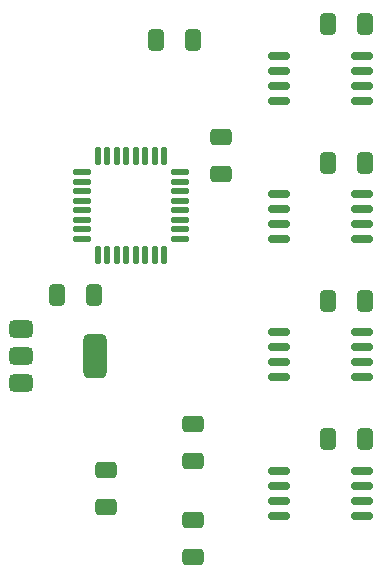
<source format=gbr>
%TF.GenerationSoftware,KiCad,Pcbnew,7.0.11+1*%
%TF.CreationDate,2024-03-31T13:17:59+02:00*%
%TF.ProjectId,ch32v203_thermokoppel,63683332-7632-4303-935f-746865726d6f,rev?*%
%TF.SameCoordinates,Original*%
%TF.FileFunction,Paste,Top*%
%TF.FilePolarity,Positive*%
%FSLAX46Y46*%
G04 Gerber Fmt 4.6, Leading zero omitted, Abs format (unit mm)*
G04 Created by KiCad (PCBNEW 7.0.11+1) date 2024-03-31 13:17:59*
%MOMM*%
%LPD*%
G01*
G04 APERTURE LIST*
G04 Aperture macros list*
%AMRoundRect*
0 Rectangle with rounded corners*
0 $1 Rounding radius*
0 $2 $3 $4 $5 $6 $7 $8 $9 X,Y pos of 4 corners*
0 Add a 4 corners polygon primitive as box body*
4,1,4,$2,$3,$4,$5,$6,$7,$8,$9,$2,$3,0*
0 Add four circle primitives for the rounded corners*
1,1,$1+$1,$2,$3*
1,1,$1+$1,$4,$5*
1,1,$1+$1,$6,$7*
1,1,$1+$1,$8,$9*
0 Add four rect primitives between the rounded corners*
20,1,$1+$1,$2,$3,$4,$5,0*
20,1,$1+$1,$4,$5,$6,$7,0*
20,1,$1+$1,$6,$7,$8,$9,0*
20,1,$1+$1,$8,$9,$2,$3,0*%
G04 Aperture macros list end*
%ADD10RoundRect,0.250000X-0.650000X0.412500X-0.650000X-0.412500X0.650000X-0.412500X0.650000X0.412500X0*%
%ADD11RoundRect,0.250000X0.650000X-0.412500X0.650000X0.412500X-0.650000X0.412500X-0.650000X-0.412500X0*%
%ADD12RoundRect,0.150000X0.800000X0.150000X-0.800000X0.150000X-0.800000X-0.150000X0.800000X-0.150000X0*%
%ADD13RoundRect,0.375000X-0.625000X-0.375000X0.625000X-0.375000X0.625000X0.375000X-0.625000X0.375000X0*%
%ADD14RoundRect,0.500000X-0.500000X-1.400000X0.500000X-1.400000X0.500000X1.400000X-0.500000X1.400000X0*%
%ADD15RoundRect,0.125000X0.125000X-0.625000X0.125000X0.625000X-0.125000X0.625000X-0.125000X-0.625000X0*%
%ADD16RoundRect,0.125000X0.625000X-0.125000X0.625000X0.125000X-0.625000X0.125000X-0.625000X-0.125000X0*%
%ADD17RoundRect,0.250000X-0.412500X-0.650000X0.412500X-0.650000X0.412500X0.650000X-0.412500X0.650000X0*%
%ADD18RoundRect,0.250000X0.412500X0.650000X-0.412500X0.650000X-0.412500X-0.650000X0.412500X-0.650000X0*%
G04 APERTURE END LIST*
D10*
%TO.C,C12*%
X134700000Y-57675000D03*
X134700000Y-60800000D03*
%TD*%
%TO.C,C11*%
X125000000Y-85875000D03*
X125000000Y-89000000D03*
%TD*%
D11*
%TO.C,C10*%
X132390000Y-85062500D03*
X132390000Y-81937500D03*
%TD*%
D10*
%TO.C,C9*%
X132390000Y-90137500D03*
X132390000Y-93262500D03*
%TD*%
D12*
%TO.C,U6*%
X139680000Y-89735000D03*
X139680000Y-88465000D03*
X139680000Y-87195000D03*
X139680000Y-85925000D03*
X146680000Y-85925000D03*
X146680000Y-87195000D03*
X146680000Y-88465000D03*
X146680000Y-89735000D03*
%TD*%
%TO.C,U5*%
X146680000Y-78031666D03*
X146680000Y-76761666D03*
X146680000Y-75491666D03*
X146680000Y-74221666D03*
X139680000Y-74221666D03*
X139680000Y-75491666D03*
X139680000Y-76761666D03*
X139680000Y-78031666D03*
%TD*%
%TO.C,U4*%
X139680000Y-66328333D03*
X139680000Y-65058333D03*
X139680000Y-63788333D03*
X139680000Y-62518333D03*
X146680000Y-62518333D03*
X146680000Y-63788333D03*
X146680000Y-65058333D03*
X146680000Y-66328333D03*
%TD*%
%TO.C,U3*%
X146680000Y-54625000D03*
X146680000Y-53355000D03*
X146680000Y-52085000D03*
X146680000Y-50815000D03*
X139680000Y-50815000D03*
X139680000Y-52085000D03*
X139680000Y-53355000D03*
X139680000Y-54625000D03*
%TD*%
D13*
%TO.C,U2*%
X117800000Y-73940000D03*
X117800000Y-76240000D03*
D14*
X124100000Y-76240000D03*
D13*
X117800000Y-78540000D03*
%TD*%
D15*
%TO.C,U1*%
X124320000Y-67640000D03*
X125120000Y-67640000D03*
X125920000Y-67640000D03*
X126720000Y-67640000D03*
X127520000Y-67640000D03*
X128320000Y-67640000D03*
X129120000Y-67640000D03*
X129920000Y-67640000D03*
D16*
X131295000Y-66265000D03*
X131295000Y-65465000D03*
X131295000Y-64665000D03*
X131295000Y-63865000D03*
X131295000Y-63065000D03*
X131295000Y-62265000D03*
X131295000Y-61465000D03*
X131295000Y-60665000D03*
D15*
X129920000Y-59290000D03*
X129120000Y-59290000D03*
X128320000Y-59290000D03*
X127520000Y-59290000D03*
X126720000Y-59290000D03*
X125920000Y-59290000D03*
X125120000Y-59290000D03*
X124320000Y-59290000D03*
D16*
X122945000Y-60665000D03*
X122945000Y-61465000D03*
X122945000Y-62265000D03*
X122945000Y-63065000D03*
X122945000Y-63865000D03*
X122945000Y-64665000D03*
X122945000Y-65465000D03*
X122945000Y-66265000D03*
%TD*%
D17*
%TO.C,C8*%
X129217500Y-49420000D03*
X132342500Y-49420000D03*
%TD*%
D18*
%TO.C,C7*%
X146952500Y-83240000D03*
X143827500Y-83240000D03*
%TD*%
%TO.C,C4*%
X146952500Y-71536666D03*
X143827500Y-71536666D03*
%TD*%
%TO.C,C3*%
X146952500Y-59833333D03*
X143827500Y-59833333D03*
%TD*%
%TO.C,C2*%
X146952500Y-48130000D03*
X143827500Y-48130000D03*
%TD*%
%TO.C,C1*%
X123982500Y-71080000D03*
X120857500Y-71080000D03*
%TD*%
M02*

</source>
